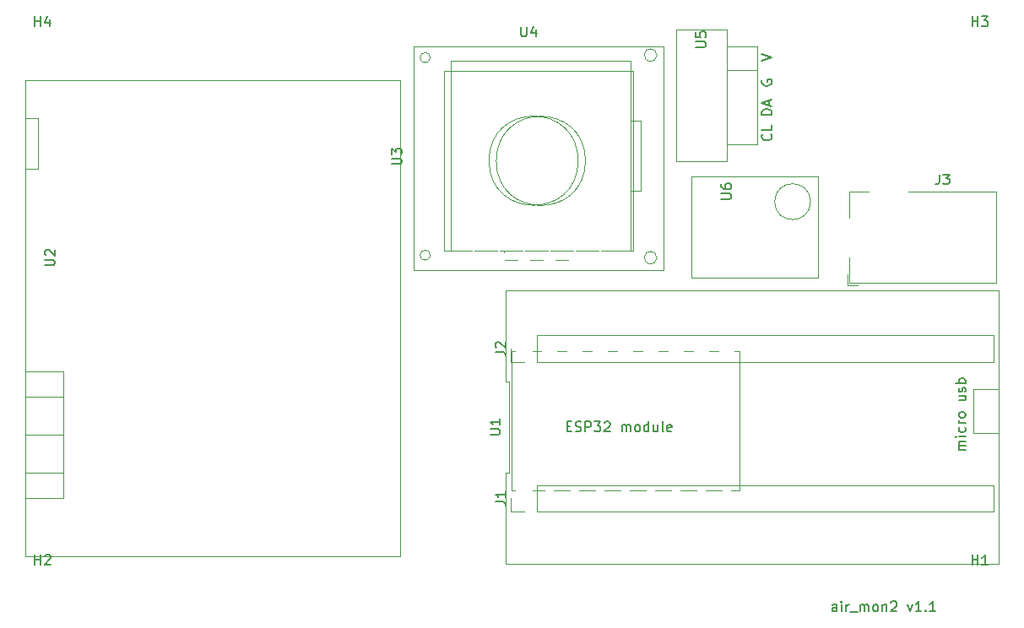
<source format=gto>
G04 #@! TF.GenerationSoftware,KiCad,Pcbnew,5.1.10*
G04 #@! TF.CreationDate,2021-11-28T23:53:09+08:00*
G04 #@! TF.ProjectId,air_mon2,6169725f-6d6f-46e3-922e-6b696361645f,rev?*
G04 #@! TF.SameCoordinates,Original*
G04 #@! TF.FileFunction,Legend,Top*
G04 #@! TF.FilePolarity,Positive*
%FSLAX46Y46*%
G04 Gerber Fmt 4.6, Leading zero omitted, Abs format (unit mm)*
G04 Created by KiCad (PCBNEW 5.1.10) date 2021-11-28 23:53:09*
%MOMM*%
%LPD*%
G01*
G04 APERTURE LIST*
%ADD10C,0.150000*%
%ADD11C,0.120000*%
%ADD12O,1.200000X2.000000*%
%ADD13R,1.200000X2.000000*%
%ADD14O,2.000000X1.200000*%
%ADD15C,1.524000*%
%ADD16R,3.500000X3.500000*%
%ADD17C,1.350000*%
%ADD18R,1.350000X1.350000*%
%ADD19R,1.700000X1.700000*%
%ADD20O,1.700000X1.700000*%
%ADD21C,4.400000*%
%ADD22C,0.870000*%
G04 APERTURE END LIST*
D10*
X162026714Y-117023380D02*
X162026714Y-116499571D01*
X161979095Y-116404333D01*
X161883857Y-116356714D01*
X161693380Y-116356714D01*
X161598142Y-116404333D01*
X162026714Y-116975761D02*
X161931476Y-117023380D01*
X161693380Y-117023380D01*
X161598142Y-116975761D01*
X161550523Y-116880523D01*
X161550523Y-116785285D01*
X161598142Y-116690047D01*
X161693380Y-116642428D01*
X161931476Y-116642428D01*
X162026714Y-116594809D01*
X162502904Y-117023380D02*
X162502904Y-116356714D01*
X162502904Y-116023380D02*
X162455285Y-116071000D01*
X162502904Y-116118619D01*
X162550523Y-116071000D01*
X162502904Y-116023380D01*
X162502904Y-116118619D01*
X162979095Y-117023380D02*
X162979095Y-116356714D01*
X162979095Y-116547190D02*
X163026714Y-116451952D01*
X163074333Y-116404333D01*
X163169571Y-116356714D01*
X163264809Y-116356714D01*
X163360047Y-117118619D02*
X164121952Y-117118619D01*
X164360047Y-117023380D02*
X164360047Y-116356714D01*
X164360047Y-116451952D02*
X164407666Y-116404333D01*
X164502904Y-116356714D01*
X164645761Y-116356714D01*
X164741000Y-116404333D01*
X164788619Y-116499571D01*
X164788619Y-117023380D01*
X164788619Y-116499571D02*
X164836238Y-116404333D01*
X164931476Y-116356714D01*
X165074333Y-116356714D01*
X165169571Y-116404333D01*
X165217190Y-116499571D01*
X165217190Y-117023380D01*
X165836238Y-117023380D02*
X165741000Y-116975761D01*
X165693380Y-116928142D01*
X165645761Y-116832904D01*
X165645761Y-116547190D01*
X165693380Y-116451952D01*
X165741000Y-116404333D01*
X165836238Y-116356714D01*
X165979095Y-116356714D01*
X166074333Y-116404333D01*
X166121952Y-116451952D01*
X166169571Y-116547190D01*
X166169571Y-116832904D01*
X166121952Y-116928142D01*
X166074333Y-116975761D01*
X165979095Y-117023380D01*
X165836238Y-117023380D01*
X166598142Y-116356714D02*
X166598142Y-117023380D01*
X166598142Y-116451952D02*
X166645761Y-116404333D01*
X166741000Y-116356714D01*
X166883857Y-116356714D01*
X166979095Y-116404333D01*
X167026714Y-116499571D01*
X167026714Y-117023380D01*
X167455285Y-116118619D02*
X167502904Y-116071000D01*
X167598142Y-116023380D01*
X167836238Y-116023380D01*
X167931476Y-116071000D01*
X167979095Y-116118619D01*
X168026714Y-116213857D01*
X168026714Y-116309095D01*
X167979095Y-116451952D01*
X167407666Y-117023380D01*
X168026714Y-117023380D01*
X169121952Y-116356714D02*
X169360047Y-117023380D01*
X169598142Y-116356714D01*
X170502904Y-117023380D02*
X169931476Y-117023380D01*
X170217190Y-117023380D02*
X170217190Y-116023380D01*
X170121952Y-116166238D01*
X170026714Y-116261476D01*
X169931476Y-116309095D01*
X170931476Y-116928142D02*
X170979095Y-116975761D01*
X170931476Y-117023380D01*
X170883857Y-116975761D01*
X170931476Y-116928142D01*
X170931476Y-117023380D01*
X171931476Y-117023380D02*
X171360047Y-117023380D01*
X171645761Y-117023380D02*
X171645761Y-116023380D01*
X171550523Y-116166238D01*
X171455285Y-116261476D01*
X171360047Y-116309095D01*
D11*
X175758000Y-99172000D02*
X178298000Y-99172000D01*
X175758000Y-94727000D02*
X175758000Y-99172000D01*
X178298000Y-94727000D02*
X175758000Y-94727000D01*
X129403000Y-104887000D02*
X129403000Y-90917000D01*
X152263000Y-104887000D02*
X129403000Y-104887000D01*
X152263000Y-90917000D02*
X152263000Y-104887000D01*
X129403000Y-90917000D02*
X152263000Y-90917000D01*
X128803000Y-103103666D02*
X128803000Y-112236999D01*
X129163000Y-103103666D02*
X128803000Y-103103666D01*
X129163000Y-93970334D02*
X129163000Y-103103666D01*
X128803000Y-93970334D02*
X129163000Y-93970334D01*
X128803000Y-84837000D02*
X128803000Y-93970334D01*
X178263000Y-84837001D02*
X128803000Y-84837000D01*
X178263000Y-112237000D02*
X178263000Y-84837001D01*
X128803000Y-112236999D02*
X178263000Y-112237000D01*
X150993000Y-71867000D02*
X150993000Y-58659000D01*
X145913000Y-71867000D02*
X150993000Y-71867000D01*
X145913000Y-58659000D02*
X145913000Y-71867000D01*
X150993000Y-58659000D02*
X145913000Y-58659000D01*
X154017000Y-62723000D02*
X151017000Y-62723000D01*
X151017000Y-60353000D02*
X154017000Y-60353000D01*
X151017000Y-70173000D02*
X151017000Y-60353000D01*
X154017000Y-70173000D02*
X151017000Y-70173000D01*
X154017000Y-60353000D02*
X154017000Y-70173000D01*
X147437000Y-73391000D02*
X147437000Y-83551000D01*
X147437000Y-83551000D02*
X160137000Y-83551000D01*
X160137000Y-83551000D02*
X160137000Y-73391000D01*
X160137000Y-73391000D02*
X147437000Y-73391000D01*
X159393051Y-75931000D02*
G75*
G03*
X159393051Y-75931000I-1796051J0D01*
G01*
X163101000Y-83237000D02*
X163101000Y-84287000D01*
X164151000Y-84287000D02*
X163101000Y-84287000D01*
X169201000Y-74887000D02*
X178001000Y-74887000D01*
X178001000Y-74887000D02*
X178001000Y-84087000D01*
X163301000Y-77587000D02*
X163301000Y-74887000D01*
X163301000Y-74887000D02*
X165201000Y-74887000D01*
X178001000Y-84087000D02*
X163301000Y-84087000D01*
X163301000Y-84087000D02*
X163301000Y-81487000D01*
X144618000Y-60320001D02*
X144618000Y-82820001D01*
X144618000Y-82820001D02*
X119618000Y-82820001D01*
X119618000Y-82820001D02*
X119618000Y-60320001D01*
X119618000Y-60320001D02*
X144618000Y-60320001D01*
X135618000Y-81820001D02*
X128618000Y-81820001D01*
X128618000Y-81820001D02*
X128618000Y-80820001D01*
X128618000Y-80820001D02*
X135618000Y-80820001D01*
X135618000Y-80820001D02*
X135618000Y-81820001D01*
X141618000Y-80820001D02*
X122618000Y-80820001D01*
X122618000Y-80820001D02*
X122618000Y-62820001D01*
X122618000Y-62820001D02*
X141618000Y-62820001D01*
X141618000Y-62820001D02*
X141618000Y-80820001D01*
X136090136Y-71820001D02*
G75*
G03*
X136090136Y-71820001I-4472136J0D01*
G01*
X119618000Y-60320001D02*
X144618000Y-60320001D01*
X144618000Y-60320001D02*
X144618000Y-82820001D01*
X144618000Y-82820001D02*
X119618000Y-82820001D01*
X119618000Y-82820001D02*
X119618000Y-60320001D01*
X142348000Y-67836001D02*
X142348000Y-74836001D01*
X142348000Y-74836001D02*
X141348000Y-74836001D01*
X141348000Y-74836001D02*
X141348000Y-67836001D01*
X141348000Y-67836001D02*
X142348000Y-67836001D01*
X141348000Y-61836001D02*
X141348000Y-80836001D01*
X141348000Y-80836001D02*
X123348000Y-80836001D01*
X123348000Y-80836001D02*
X123348000Y-61836001D01*
X123348000Y-61836001D02*
X141348000Y-61836001D01*
X136820136Y-71836001D02*
G75*
G03*
X136820136Y-71836001I-4472136J0D01*
G01*
X143983000Y-81550001D02*
G75*
G03*
X143983000Y-81550001I-635000J0D01*
G01*
X143983000Y-61230001D02*
G75*
G03*
X143983000Y-61230001I-635000J0D01*
G01*
X121250000Y-61484001D02*
G75*
G03*
X121250000Y-61484001I-508000J0D01*
G01*
X121250000Y-81296001D02*
G75*
G03*
X121250000Y-81296001I-508000J0D01*
G01*
X129343000Y-91993000D02*
X129343000Y-90663000D01*
X130673000Y-91993000D02*
X129343000Y-91993000D01*
X131943000Y-91993000D02*
X131943000Y-89333000D01*
X131943000Y-89333000D02*
X177723000Y-89333000D01*
X131943000Y-91993000D02*
X177723000Y-91993000D01*
X177723000Y-91993000D02*
X177723000Y-89333000D01*
X129343000Y-107010001D02*
X129343000Y-105680001D01*
X130673000Y-107010001D02*
X129343000Y-107010001D01*
X131943000Y-107010001D02*
X131943000Y-104350001D01*
X131943000Y-104350001D02*
X177723000Y-104350001D01*
X131943000Y-107010001D02*
X177723000Y-107010001D01*
X177723000Y-107010001D02*
X177723000Y-104350001D01*
X80610000Y-99330001D02*
X84420000Y-99330001D01*
X80610000Y-103140001D02*
X84420000Y-103140001D01*
X80610000Y-95520001D02*
X84420000Y-95520001D01*
X84420000Y-92980001D02*
X80610000Y-92980001D01*
X84420000Y-105680001D02*
X84420000Y-92980001D01*
X80610000Y-105680001D02*
X84420000Y-105680001D01*
X81880000Y-72660001D02*
X80610000Y-72660001D01*
X81880000Y-67580001D02*
X81880000Y-72660001D01*
X80610000Y-67580001D02*
X81880000Y-67580001D01*
X118202000Y-111522001D02*
X118202000Y-63770001D01*
X80610000Y-111522001D02*
X118202000Y-111522001D01*
X80610000Y-63770001D02*
X80610000Y-111522001D01*
X118202000Y-63770001D02*
X80610000Y-63770001D01*
D10*
X127255380Y-99298904D02*
X128064904Y-99298904D01*
X128160142Y-99251285D01*
X128207761Y-99203666D01*
X128255380Y-99108428D01*
X128255380Y-98917952D01*
X128207761Y-98822714D01*
X128160142Y-98775095D01*
X128064904Y-98727476D01*
X127255380Y-98727476D01*
X128255380Y-97727476D02*
X128255380Y-98298904D01*
X128255380Y-98013190D02*
X127255380Y-98013190D01*
X127398238Y-98108428D01*
X127493476Y-98203666D01*
X127541095Y-98298904D01*
X134959904Y-98465571D02*
X135293238Y-98465571D01*
X135436095Y-98989380D02*
X134959904Y-98989380D01*
X134959904Y-97989380D01*
X135436095Y-97989380D01*
X135817047Y-98941761D02*
X135959904Y-98989380D01*
X136198000Y-98989380D01*
X136293238Y-98941761D01*
X136340857Y-98894142D01*
X136388476Y-98798904D01*
X136388476Y-98703666D01*
X136340857Y-98608428D01*
X136293238Y-98560809D01*
X136198000Y-98513190D01*
X136007523Y-98465571D01*
X135912285Y-98417952D01*
X135864666Y-98370333D01*
X135817047Y-98275095D01*
X135817047Y-98179857D01*
X135864666Y-98084619D01*
X135912285Y-98037000D01*
X136007523Y-97989380D01*
X136245619Y-97989380D01*
X136388476Y-98037000D01*
X136817047Y-98989380D02*
X136817047Y-97989380D01*
X137198000Y-97989380D01*
X137293238Y-98037000D01*
X137340857Y-98084619D01*
X137388476Y-98179857D01*
X137388476Y-98322714D01*
X137340857Y-98417952D01*
X137293238Y-98465571D01*
X137198000Y-98513190D01*
X136817047Y-98513190D01*
X137721809Y-97989380D02*
X138340857Y-97989380D01*
X138007523Y-98370333D01*
X138150380Y-98370333D01*
X138245619Y-98417952D01*
X138293238Y-98465571D01*
X138340857Y-98560809D01*
X138340857Y-98798904D01*
X138293238Y-98894142D01*
X138245619Y-98941761D01*
X138150380Y-98989380D01*
X137864666Y-98989380D01*
X137769428Y-98941761D01*
X137721809Y-98894142D01*
X138721809Y-98084619D02*
X138769428Y-98037000D01*
X138864666Y-97989380D01*
X139102761Y-97989380D01*
X139198000Y-98037000D01*
X139245619Y-98084619D01*
X139293238Y-98179857D01*
X139293238Y-98275095D01*
X139245619Y-98417952D01*
X138674190Y-98989380D01*
X139293238Y-98989380D01*
X140483714Y-98989380D02*
X140483714Y-98322714D01*
X140483714Y-98417952D02*
X140531333Y-98370333D01*
X140626571Y-98322714D01*
X140769428Y-98322714D01*
X140864666Y-98370333D01*
X140912285Y-98465571D01*
X140912285Y-98989380D01*
X140912285Y-98465571D02*
X140959904Y-98370333D01*
X141055142Y-98322714D01*
X141198000Y-98322714D01*
X141293238Y-98370333D01*
X141340857Y-98465571D01*
X141340857Y-98989380D01*
X141959904Y-98989380D02*
X141864666Y-98941761D01*
X141817047Y-98894142D01*
X141769428Y-98798904D01*
X141769428Y-98513190D01*
X141817047Y-98417952D01*
X141864666Y-98370333D01*
X141959904Y-98322714D01*
X142102761Y-98322714D01*
X142198000Y-98370333D01*
X142245619Y-98417952D01*
X142293238Y-98513190D01*
X142293238Y-98798904D01*
X142245619Y-98894142D01*
X142198000Y-98941761D01*
X142102761Y-98989380D01*
X141959904Y-98989380D01*
X143150380Y-98989380D02*
X143150380Y-97989380D01*
X143150380Y-98941761D02*
X143055142Y-98989380D01*
X142864666Y-98989380D01*
X142769428Y-98941761D01*
X142721809Y-98894142D01*
X142674190Y-98798904D01*
X142674190Y-98513190D01*
X142721809Y-98417952D01*
X142769428Y-98370333D01*
X142864666Y-98322714D01*
X143055142Y-98322714D01*
X143150380Y-98370333D01*
X144055142Y-98322714D02*
X144055142Y-98989380D01*
X143626571Y-98322714D02*
X143626571Y-98846523D01*
X143674190Y-98941761D01*
X143769428Y-98989380D01*
X143912285Y-98989380D01*
X144007523Y-98941761D01*
X144055142Y-98894142D01*
X144674190Y-98989380D02*
X144578952Y-98941761D01*
X144531333Y-98846523D01*
X144531333Y-97989380D01*
X145436095Y-98941761D02*
X145340857Y-98989380D01*
X145150380Y-98989380D01*
X145055142Y-98941761D01*
X145007523Y-98846523D01*
X145007523Y-98465571D01*
X145055142Y-98370333D01*
X145150380Y-98322714D01*
X145340857Y-98322714D01*
X145436095Y-98370333D01*
X145483714Y-98465571D01*
X145483714Y-98560809D01*
X145007523Y-98656047D01*
X174940380Y-100814619D02*
X174273714Y-100814619D01*
X174368952Y-100814619D02*
X174321333Y-100767000D01*
X174273714Y-100671761D01*
X174273714Y-100528904D01*
X174321333Y-100433666D01*
X174416571Y-100386047D01*
X174940380Y-100386047D01*
X174416571Y-100386047D02*
X174321333Y-100338428D01*
X174273714Y-100243190D01*
X174273714Y-100100333D01*
X174321333Y-100005095D01*
X174416571Y-99957476D01*
X174940380Y-99957476D01*
X174940380Y-99481285D02*
X174273714Y-99481285D01*
X173940380Y-99481285D02*
X173988000Y-99528904D01*
X174035619Y-99481285D01*
X173988000Y-99433666D01*
X173940380Y-99481285D01*
X174035619Y-99481285D01*
X174892761Y-98576523D02*
X174940380Y-98671761D01*
X174940380Y-98862238D01*
X174892761Y-98957476D01*
X174845142Y-99005095D01*
X174749904Y-99052714D01*
X174464190Y-99052714D01*
X174368952Y-99005095D01*
X174321333Y-98957476D01*
X174273714Y-98862238D01*
X174273714Y-98671761D01*
X174321333Y-98576523D01*
X174940380Y-98147952D02*
X174273714Y-98147952D01*
X174464190Y-98147952D02*
X174368952Y-98100333D01*
X174321333Y-98052714D01*
X174273714Y-97957476D01*
X174273714Y-97862238D01*
X174940380Y-97386047D02*
X174892761Y-97481285D01*
X174845142Y-97528904D01*
X174749904Y-97576523D01*
X174464190Y-97576523D01*
X174368952Y-97528904D01*
X174321333Y-97481285D01*
X174273714Y-97386047D01*
X174273714Y-97243190D01*
X174321333Y-97147952D01*
X174368952Y-97100333D01*
X174464190Y-97052714D01*
X174749904Y-97052714D01*
X174845142Y-97100333D01*
X174892761Y-97147952D01*
X174940380Y-97243190D01*
X174940380Y-97386047D01*
X174273714Y-95433666D02*
X174940380Y-95433666D01*
X174273714Y-95862238D02*
X174797523Y-95862238D01*
X174892761Y-95814619D01*
X174940380Y-95719380D01*
X174940380Y-95576523D01*
X174892761Y-95481285D01*
X174845142Y-95433666D01*
X174892761Y-95005095D02*
X174940380Y-94909857D01*
X174940380Y-94719380D01*
X174892761Y-94624142D01*
X174797523Y-94576523D01*
X174749904Y-94576523D01*
X174654666Y-94624142D01*
X174607047Y-94719380D01*
X174607047Y-94862238D01*
X174559428Y-94957476D01*
X174464190Y-95005095D01*
X174416571Y-95005095D01*
X174321333Y-94957476D01*
X174273714Y-94862238D01*
X174273714Y-94719380D01*
X174321333Y-94624142D01*
X174940380Y-94147952D02*
X173940380Y-94147952D01*
X174321333Y-94147952D02*
X174273714Y-94052714D01*
X174273714Y-93862238D01*
X174321333Y-93767000D01*
X174368952Y-93719380D01*
X174464190Y-93671761D01*
X174749904Y-93671761D01*
X174845142Y-93719380D01*
X174892761Y-93767000D01*
X174940380Y-93862238D01*
X174940380Y-94052714D01*
X174892761Y-94147952D01*
X147905380Y-60436904D02*
X148714904Y-60436904D01*
X148810142Y-60389285D01*
X148857761Y-60341666D01*
X148905380Y-60246428D01*
X148905380Y-60055952D01*
X148857761Y-59960714D01*
X148810142Y-59913095D01*
X148714904Y-59865476D01*
X147905380Y-59865476D01*
X147905380Y-58913095D02*
X147905380Y-59389285D01*
X148381571Y-59436904D01*
X148333952Y-59389285D01*
X148286333Y-59294047D01*
X148286333Y-59055952D01*
X148333952Y-58960714D01*
X148381571Y-58913095D01*
X148476809Y-58865476D01*
X148714904Y-58865476D01*
X148810142Y-58913095D01*
X148857761Y-58960714D01*
X148905380Y-59055952D01*
X148905380Y-59294047D01*
X148857761Y-59389285D01*
X148810142Y-59436904D01*
X155414142Y-69168238D02*
X155461761Y-69215857D01*
X155509380Y-69358714D01*
X155509380Y-69453952D01*
X155461761Y-69596809D01*
X155366523Y-69692047D01*
X155271285Y-69739666D01*
X155080809Y-69787285D01*
X154937952Y-69787285D01*
X154747476Y-69739666D01*
X154652238Y-69692047D01*
X154557000Y-69596809D01*
X154509380Y-69453952D01*
X154509380Y-69358714D01*
X154557000Y-69215857D01*
X154604619Y-69168238D01*
X155509380Y-68263476D02*
X155509380Y-68739666D01*
X154509380Y-68739666D01*
X155509380Y-67223476D02*
X154509380Y-67223476D01*
X154509380Y-66985380D01*
X154557000Y-66842523D01*
X154652238Y-66747285D01*
X154747476Y-66699666D01*
X154937952Y-66652047D01*
X155080809Y-66652047D01*
X155271285Y-66699666D01*
X155366523Y-66747285D01*
X155461761Y-66842523D01*
X155509380Y-66985380D01*
X155509380Y-67223476D01*
X155223666Y-66271095D02*
X155223666Y-65794904D01*
X155509380Y-66366333D02*
X154509380Y-66033000D01*
X155509380Y-65699666D01*
X154557000Y-63731095D02*
X154509380Y-63826333D01*
X154509380Y-63969190D01*
X154557000Y-64112047D01*
X154652238Y-64207285D01*
X154747476Y-64254904D01*
X154937952Y-64302523D01*
X155080809Y-64302523D01*
X155271285Y-64254904D01*
X155366523Y-64207285D01*
X155461761Y-64112047D01*
X155509380Y-63969190D01*
X155509380Y-63873952D01*
X155461761Y-63731095D01*
X155414142Y-63683476D01*
X155080809Y-63683476D01*
X155080809Y-63873952D01*
X154509380Y-61786333D02*
X155509380Y-61453000D01*
X154509380Y-61119666D01*
X150445380Y-75676904D02*
X151254904Y-75676904D01*
X151350142Y-75629285D01*
X151397761Y-75581666D01*
X151445380Y-75486428D01*
X151445380Y-75295952D01*
X151397761Y-75200714D01*
X151350142Y-75153095D01*
X151254904Y-75105476D01*
X150445380Y-75105476D01*
X150445380Y-74200714D02*
X150445380Y-74391190D01*
X150493000Y-74486428D01*
X150540619Y-74534047D01*
X150683476Y-74629285D01*
X150873952Y-74676904D01*
X151254904Y-74676904D01*
X151350142Y-74629285D01*
X151397761Y-74581666D01*
X151445380Y-74486428D01*
X151445380Y-74295952D01*
X151397761Y-74200714D01*
X151350142Y-74153095D01*
X151254904Y-74105476D01*
X151016809Y-74105476D01*
X150921571Y-74153095D01*
X150873952Y-74200714D01*
X150826333Y-74295952D01*
X150826333Y-74486428D01*
X150873952Y-74581666D01*
X150921571Y-74629285D01*
X151016809Y-74676904D01*
X172317666Y-73189380D02*
X172317666Y-73903666D01*
X172270047Y-74046523D01*
X172174809Y-74141761D01*
X172031952Y-74189380D01*
X171936714Y-74189380D01*
X172698619Y-73189380D02*
X173317666Y-73189380D01*
X172984333Y-73570333D01*
X173127190Y-73570333D01*
X173222428Y-73617952D01*
X173270047Y-73665571D01*
X173317666Y-73760809D01*
X173317666Y-73998904D01*
X173270047Y-74094142D01*
X173222428Y-74141761D01*
X173127190Y-74189380D01*
X172841476Y-74189380D01*
X172746238Y-74141761D01*
X172698619Y-74094142D01*
X130356095Y-58372381D02*
X130356095Y-59181905D01*
X130403714Y-59277143D01*
X130451333Y-59324762D01*
X130546571Y-59372381D01*
X130737047Y-59372381D01*
X130832285Y-59324762D01*
X130879904Y-59277143D01*
X130927523Y-59181905D01*
X130927523Y-58372381D01*
X131832285Y-58705715D02*
X131832285Y-59372381D01*
X131594190Y-58324762D02*
X131356095Y-59039048D01*
X131975142Y-59039048D01*
X117400380Y-72151905D02*
X118209904Y-72151905D01*
X118305142Y-72104286D01*
X118352761Y-72056667D01*
X118400380Y-71961429D01*
X118400380Y-71770953D01*
X118352761Y-71675715D01*
X118305142Y-71628096D01*
X118209904Y-71580477D01*
X117400380Y-71580477D01*
X117400380Y-71199524D02*
X117400380Y-70580477D01*
X117781333Y-70913810D01*
X117781333Y-70770953D01*
X117828952Y-70675715D01*
X117876571Y-70628096D01*
X117971809Y-70580477D01*
X118209904Y-70580477D01*
X118305142Y-70628096D01*
X118352761Y-70675715D01*
X118400380Y-70770953D01*
X118400380Y-71056667D01*
X118352761Y-71151905D01*
X118305142Y-71199524D01*
X127795380Y-90996333D02*
X128509666Y-90996333D01*
X128652523Y-91043952D01*
X128747761Y-91139190D01*
X128795380Y-91282047D01*
X128795380Y-91377285D01*
X127890619Y-90567761D02*
X127843000Y-90520142D01*
X127795380Y-90424904D01*
X127795380Y-90186809D01*
X127843000Y-90091571D01*
X127890619Y-90043952D01*
X127985857Y-89996333D01*
X128081095Y-89996333D01*
X128223952Y-90043952D01*
X128795380Y-90615380D01*
X128795380Y-89996333D01*
X81603095Y-58347380D02*
X81603095Y-57347380D01*
X81603095Y-57823571D02*
X82174523Y-57823571D01*
X82174523Y-58347380D02*
X82174523Y-57347380D01*
X83079285Y-57680714D02*
X83079285Y-58347380D01*
X82841190Y-57299761D02*
X82603095Y-58014047D01*
X83222142Y-58014047D01*
X175603095Y-58347380D02*
X175603095Y-57347380D01*
X175603095Y-57823571D02*
X176174523Y-57823571D01*
X176174523Y-58347380D02*
X176174523Y-57347380D01*
X176555476Y-57347380D02*
X177174523Y-57347380D01*
X176841190Y-57728333D01*
X176984047Y-57728333D01*
X177079285Y-57775952D01*
X177126904Y-57823571D01*
X177174523Y-57918809D01*
X177174523Y-58156904D01*
X177126904Y-58252142D01*
X177079285Y-58299761D01*
X176984047Y-58347380D01*
X176698333Y-58347380D01*
X176603095Y-58299761D01*
X176555476Y-58252142D01*
X81603095Y-112347380D02*
X81603095Y-111347380D01*
X81603095Y-111823571D02*
X82174523Y-111823571D01*
X82174523Y-112347380D02*
X82174523Y-111347380D01*
X82603095Y-111442619D02*
X82650714Y-111395000D01*
X82745952Y-111347380D01*
X82984047Y-111347380D01*
X83079285Y-111395000D01*
X83126904Y-111442619D01*
X83174523Y-111537857D01*
X83174523Y-111633095D01*
X83126904Y-111775952D01*
X82555476Y-112347380D01*
X83174523Y-112347380D01*
X175603095Y-112347380D02*
X175603095Y-111347380D01*
X175603095Y-111823571D02*
X176174523Y-111823571D01*
X176174523Y-112347380D02*
X176174523Y-111347380D01*
X177174523Y-112347380D02*
X176603095Y-112347380D01*
X176888809Y-112347380D02*
X176888809Y-111347380D01*
X176793571Y-111490238D01*
X176698333Y-111585476D01*
X176603095Y-111633095D01*
X127795380Y-106013334D02*
X128509666Y-106013334D01*
X128652523Y-106060953D01*
X128747761Y-106156191D01*
X128795380Y-106299048D01*
X128795380Y-106394286D01*
X128795380Y-105013334D02*
X128795380Y-105584762D01*
X128795380Y-105299048D02*
X127795380Y-105299048D01*
X127938238Y-105394286D01*
X128033476Y-105489524D01*
X128081095Y-105584762D01*
X82602380Y-82311905D02*
X83411904Y-82311905D01*
X83507142Y-82264286D01*
X83554761Y-82216667D01*
X83602380Y-82121429D01*
X83602380Y-81930953D01*
X83554761Y-81835715D01*
X83507142Y-81788096D01*
X83411904Y-81740477D01*
X82602380Y-81740477D01*
X82697619Y-81311905D02*
X82650000Y-81264286D01*
X82602380Y-81169048D01*
X82602380Y-80930953D01*
X82650000Y-80835715D01*
X82697619Y-80788096D01*
X82792857Y-80740477D01*
X82888095Y-80740477D01*
X83030952Y-80788096D01*
X83602380Y-81359524D01*
X83602380Y-80740477D01*
%LPC*%
D12*
X130673000Y-87107000D03*
X130673000Y-109967000D03*
X133213000Y-87107000D03*
X133213000Y-109967000D03*
X135753000Y-87107000D03*
X135753000Y-109967000D03*
X138293000Y-87107000D03*
X138293000Y-109967000D03*
X140833000Y-87107000D03*
X140833000Y-109967000D03*
X143373000Y-87107000D03*
X143373000Y-109967000D03*
X145913000Y-87107000D03*
X145913000Y-109967000D03*
X148453000Y-87107000D03*
X148453000Y-109967000D03*
X150993000Y-87107000D03*
X150993000Y-109967000D03*
X153533000Y-87107000D03*
X153533000Y-109967000D03*
X156073000Y-87107000D03*
X156073000Y-109967000D03*
X158613000Y-87107000D03*
X158613000Y-109967000D03*
X161153000Y-87107000D03*
X161153000Y-109967000D03*
X163693000Y-87107000D03*
X163693000Y-109967000D03*
X166233000Y-87107000D03*
X166233000Y-109967000D03*
D13*
X168773000Y-87107000D03*
X168773000Y-109967000D03*
D12*
X171313000Y-87107000D03*
X171313000Y-109967000D03*
X173853000Y-87107000D03*
X173853000Y-109967000D03*
X176393000Y-87107000D03*
X176393000Y-109967000D03*
D14*
X152517000Y-69073000D03*
X152517000Y-66533000D03*
X152517000Y-63993000D03*
X152517000Y-61453000D03*
D15*
X158867000Y-79741000D03*
X158867000Y-82281000D03*
X148707000Y-82281000D03*
X148707000Y-79741000D03*
X148707000Y-77201000D03*
X148707000Y-74661000D03*
G36*
G01*
X168951000Y-73912000D02*
X168951000Y-75662000D01*
G75*
G02*
X168076000Y-76537000I-875000J0D01*
G01*
X166326000Y-76537000D01*
G75*
G02*
X165451000Y-75662000I0J875000D01*
G01*
X165451000Y-73912000D01*
G75*
G02*
X166326000Y-73037000I875000J0D01*
G01*
X168076000Y-73037000D01*
G75*
G02*
X168951000Y-73912000I0J-875000D01*
G01*
G37*
G36*
G01*
X171701000Y-78487000D02*
X171701000Y-80487000D01*
G75*
G02*
X170951000Y-81237000I-750000J0D01*
G01*
X169451000Y-81237000D01*
G75*
G02*
X168701000Y-80487000I0J750000D01*
G01*
X168701000Y-78487000D01*
G75*
G02*
X169451000Y-77737000I750000J0D01*
G01*
X170951000Y-77737000D01*
G75*
G02*
X171701000Y-78487000I0J-750000D01*
G01*
G37*
D16*
X164201000Y-79487000D03*
D17*
X120768000Y-69320001D03*
X120768000Y-71320001D03*
X120768000Y-73320001D03*
X120768000Y-75320001D03*
X120768000Y-77320001D03*
X143468000Y-67320001D03*
X143468000Y-69320001D03*
X143468000Y-71320001D03*
X143468000Y-73320001D03*
X143468000Y-75320001D03*
X143468000Y-77320001D03*
D18*
X143468000Y-79320001D03*
D17*
X125568000Y-81550001D03*
X130648000Y-81550001D03*
X128108000Y-81550001D03*
X133188000Y-81550001D03*
X135728000Y-81550001D03*
X138268000Y-81550001D03*
D19*
X130673000Y-90663000D03*
D20*
X133213000Y-90663000D03*
X135753000Y-90663000D03*
X138293000Y-90663000D03*
X140833000Y-90663000D03*
X143373000Y-90663000D03*
X145913000Y-90663000D03*
X148453000Y-90663000D03*
X150993000Y-90663000D03*
X153533000Y-90663000D03*
X156073000Y-90663000D03*
X158613000Y-90663000D03*
X161153000Y-90663000D03*
X163693000Y-90663000D03*
X166233000Y-90663000D03*
X168773000Y-90663000D03*
X171313000Y-90663000D03*
X173853000Y-90663000D03*
X176393000Y-90663000D03*
D21*
X82365000Y-61095000D03*
X176365000Y-61095000D03*
X82365000Y-115095000D03*
X176365000Y-115095000D03*
D19*
X130673000Y-105680001D03*
D20*
X133213000Y-105680001D03*
X135753000Y-105680001D03*
X138293000Y-105680001D03*
X140833000Y-105680001D03*
X143373000Y-105680001D03*
X145913000Y-105680001D03*
X148453000Y-105680001D03*
X150993000Y-105680001D03*
X153533000Y-105680001D03*
X156073000Y-105680001D03*
X158613000Y-105680001D03*
X161153000Y-105680001D03*
X163693000Y-105680001D03*
X166233000Y-105680001D03*
X168773000Y-105680001D03*
X171313000Y-105680001D03*
X173853000Y-105680001D03*
X176393000Y-105680001D03*
D22*
X85690000Y-68850001D03*
X85690000Y-70120001D03*
X86960000Y-68850001D03*
X86960000Y-70120001D03*
X88230000Y-68850001D03*
X88230000Y-70120001D03*
X89500000Y-68850001D03*
X89500000Y-70120001D03*
X90770000Y-68850001D03*
X90770000Y-70120001D03*
M02*

</source>
